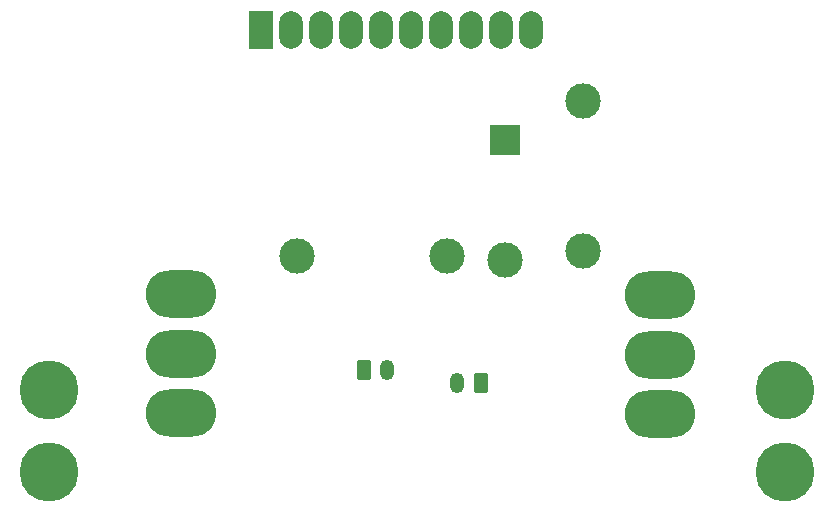
<source format=gbr>
G04 #@! TF.GenerationSoftware,KiCad,Pcbnew,(6.0.5)*
G04 #@! TF.CreationDate,2022-05-10T18:56:39+02:00*
G04 #@! TF.ProjectId,PCB_potencjometry_SN1533,5043425f-706f-4746-956e-636a6f6d6574,rev?*
G04 #@! TF.SameCoordinates,Original*
G04 #@! TF.FileFunction,Soldermask,Top*
G04 #@! TF.FilePolarity,Negative*
%FSLAX46Y46*%
G04 Gerber Fmt 4.6, Leading zero omitted, Abs format (unit mm)*
G04 Created by KiCad (PCBNEW (6.0.5)) date 2022-05-10 18:56:39*
%MOMM*%
%LPD*%
G01*
G04 APERTURE LIST*
G04 Aperture macros list*
%AMRoundRect*
0 Rectangle with rounded corners*
0 $1 Rounding radius*
0 $2 $3 $4 $5 $6 $7 $8 $9 X,Y pos of 4 corners*
0 Add a 4 corners polygon primitive as box body*
4,1,4,$2,$3,$4,$5,$6,$7,$8,$9,$2,$3,0*
0 Add four circle primitives for the rounded corners*
1,1,$1+$1,$2,$3*
1,1,$1+$1,$4,$5*
1,1,$1+$1,$6,$7*
1,1,$1+$1,$8,$9*
0 Add four rect primitives between the rounded corners*
20,1,$1+$1,$2,$3,$4,$5,0*
20,1,$1+$1,$4,$5,$6,$7,0*
20,1,$1+$1,$6,$7,$8,$9,0*
20,1,$1+$1,$8,$9,$2,$3,0*%
G04 Aperture macros list end*
%ADD10R,2.000000X3.200000*%
%ADD11O,2.000000X3.200000*%
%ADD12R,2.500000X2.500000*%
%ADD13C,3.000000*%
%ADD14RoundRect,0.250000X-0.350000X-0.625000X0.350000X-0.625000X0.350000X0.625000X-0.350000X0.625000X0*%
%ADD15O,1.200000X1.750000*%
%ADD16O,6.000000X4.000000*%
%ADD17C,5.000000*%
%ADD18RoundRect,0.250000X0.350000X0.625000X-0.350000X0.625000X-0.350000X-0.625000X0.350000X-0.625000X0*%
G04 APERTURE END LIST*
D10*
G04 #@! TO.C,J1*
X138940000Y-82300000D03*
D11*
X141480000Y-82300000D03*
X144020000Y-82300000D03*
X146560000Y-82300000D03*
X149100000Y-82300000D03*
X151640000Y-82300000D03*
X154180000Y-82300000D03*
X156720000Y-82300000D03*
X159260000Y-82300000D03*
X161800000Y-82300000D03*
G04 #@! TD*
D12*
G04 #@! TO.C,D1*
X159550000Y-91595000D03*
D13*
X159550000Y-101755000D03*
G04 #@! TD*
G04 #@! TO.C,R2*
X154700000Y-101400000D03*
X142000000Y-101400000D03*
G04 #@! TD*
D14*
G04 #@! TO.C,J3*
X147600000Y-111050000D03*
D15*
X149600000Y-111050000D03*
G04 #@! TD*
D16*
G04 #@! TO.C,RV2*
X172700000Y-114800000D03*
X172700000Y-109762000D03*
X172700000Y-104700000D03*
G04 #@! TD*
D17*
G04 #@! TO.C,REF\u002A\u002A*
X121000000Y-119700000D03*
G04 #@! TD*
G04 #@! TO.C,REF\u002A\u002A*
X183300000Y-119700000D03*
G04 #@! TD*
D18*
G04 #@! TO.C,J2*
X157500000Y-112150000D03*
D15*
X155500000Y-112150000D03*
G04 #@! TD*
D16*
G04 #@! TO.C,RV1*
X132100000Y-114700000D03*
X132100000Y-109662000D03*
X132100000Y-104600000D03*
G04 #@! TD*
D13*
G04 #@! TO.C,R1*
X166200000Y-100950000D03*
X166200000Y-88250000D03*
G04 #@! TD*
D17*
G04 #@! TO.C,REF\u002A\u002A*
X183300000Y-112700000D03*
G04 #@! TD*
G04 #@! TO.C,REF\u002A\u002A*
X121000000Y-112700000D03*
G04 #@! TD*
M02*

</source>
